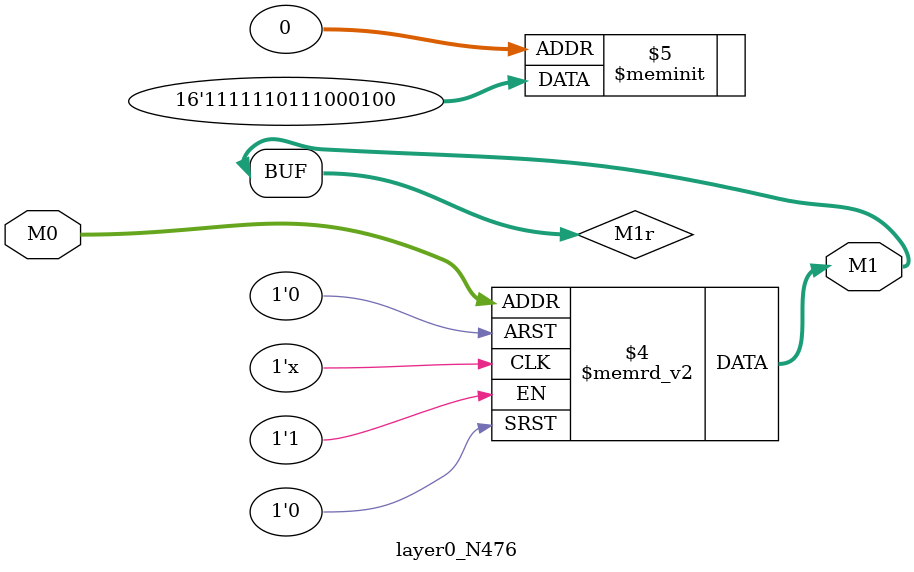
<source format=v>
module layer0_N476 ( input [2:0] M0, output [1:0] M1 );

	(*rom_style = "distributed" *) reg [1:0] M1r;
	assign M1 = M1r;
	always @ (M0) begin
		case (M0)
			3'b000: M1r = 2'b00;
			3'b100: M1r = 2'b01;
			3'b010: M1r = 2'b00;
			3'b110: M1r = 2'b11;
			3'b001: M1r = 2'b01;
			3'b101: M1r = 2'b11;
			3'b011: M1r = 2'b11;
			3'b111: M1r = 2'b11;

		endcase
	end
endmodule

</source>
